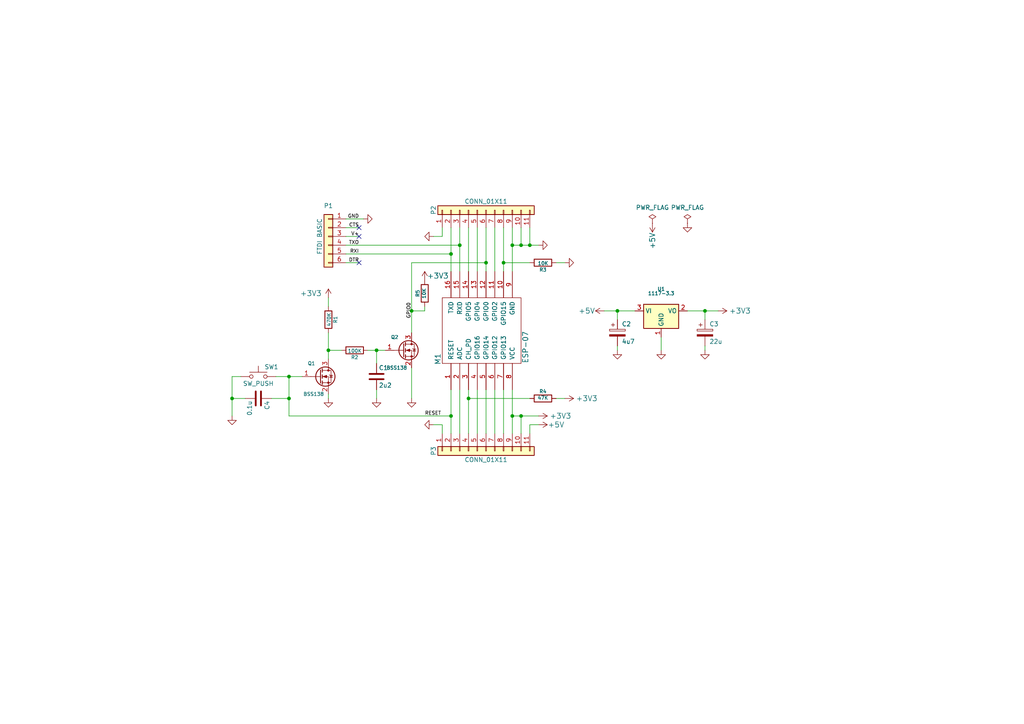
<source format=kicad_sch>
(kicad_sch (version 20230121) (generator eeschema)
  (paper "A4")
  (lib_symbols
    (symbol "Connector_Generic:Conn_01x06" (pin_names (offset 1.016) hide)
      (property "Reference" "J" (at 0 7.62 0))
      (property "Value" "Conn_01x06" (at 0 -10.16 0))
      (symbol "Conn_01x06_1_1"
        (rectangle (start -1.27 -7.493) (end 0 -7.747) (stroke (width 0.1524)))
        (rectangle (start -1.27 -4.953) (end 0 -5.207) (stroke (width 0.1524)))
        (rectangle (start -1.27 -2.413) (end 0 -2.667) (stroke (width 0.1524)))
        (rectangle (start -1.27 0.127) (end 0 -0.127) (stroke (width 0.1524)))
        (rectangle (start -1.27 2.667) (end 0 2.413) (stroke (width 0.1524)))
        (rectangle (start -1.27 5.207) (end 0 4.953) (stroke (width 0.1524)))
        (rectangle (start -1.27 6.35) (end 1.27 -8.89) (stroke (width 0.254)) (fill (type background)))
        (pin passive line (at -5.08 5.08 0) (length 3.81) (name "Pin_1") (number "1"))
        (pin passive line (at -5.08 2.54 0) (length 3.81) (name "Pin_2") (number "2"))
        (pin passive line (at -5.08 0 0) (length 3.81) (name "Pin_3") (number "3"))
        (pin passive line (at -5.08 -2.54 0) (length 3.81) (name "Pin_4") (number "4"))
        (pin passive line (at -5.08 -5.08 0) (length 3.81) (name "Pin_5") (number "5"))
        (pin passive line (at -5.08 -7.62 0) (length 3.81) (name "Pin_6") (number "6"))
      )
    )
    (symbol "Connector_Generic:Conn_01x11" (pin_names (offset 1.016) hide)
      (property "Reference" "J" (at 0 15.24 0))
      (property "Value" "Conn_01x11" (at 0 -15.24 0))
      (symbol "Conn_01x11_1_1"
        (rectangle (start -1.27 -12.573) (end 0 -12.827) (stroke (width 0.1524)))
        (rectangle (start -1.27 -10.033) (end 0 -10.287) (stroke (width 0.1524)))
        (rectangle (start -1.27 -7.493) (end 0 -7.747) (stroke (width 0.1524)))
        (rectangle (start -1.27 -4.953) (end 0 -5.207) (stroke (width 0.1524)))
        (rectangle (start -1.27 -2.413) (end 0 -2.667) (stroke (width 0.1524)))
        (rectangle (start -1.27 0.127) (end 0 -0.127) (stroke (width 0.1524)))
        (rectangle (start -1.27 2.667) (end 0 2.413) (stroke (width 0.1524)))
        (rectangle (start -1.27 5.207) (end 0 4.953) (stroke (width 0.1524)))
        (rectangle (start -1.27 7.747) (end 0 7.493) (stroke (width 0.1524)))
        (rectangle (start -1.27 10.287) (end 0 10.033) (stroke (width 0.1524)))
        (rectangle (start -1.27 12.827) (end 0 12.573) (stroke (width 0.1524)))
        (rectangle (start -1.27 13.97) (end 1.27 -13.97) (stroke (width 0.254)) (fill (type background)))
        (pin passive line (at -5.08 12.7 0) (length 3.81) (name "Pin_1") (number "1"))
        (pin passive line (at -5.08 -10.16 0) (length 3.81) (name "Pin_10") (number "10"))
        (pin passive line (at -5.08 -12.7 0) (length 3.81) (name "Pin_11") (number "11"))
        (pin passive line (at -5.08 10.16 0) (length 3.81) (name "Pin_2") (number "2"))
        (pin passive line (at -5.08 7.62 0) (length 3.81) (name "Pin_3") (number "3"))
        (pin passive line (at -5.08 5.08 0) (length 3.81) (name "Pin_4") (number "4"))
        (pin passive line (at -5.08 2.54 0) (length 3.81) (name "Pin_5") (number "5"))
        (pin passive line (at -5.08 0 0) (length 3.81) (name "Pin_6") (number "6"))
        (pin passive line (at -5.08 -2.54 0) (length 3.81) (name "Pin_7") (number "7"))
        (pin passive line (at -5.08 -5.08 0) (length 3.81) (name "Pin_8") (number "8"))
        (pin passive line (at -5.08 -7.62 0) (length 3.81) (name "Pin_9") (number "9"))
      )
    )
    (symbol "Device:C" (pin_numbers hide) (pin_names (offset 0.254))
      (property "Reference" "C" (at 0.635 2.54 0))
      (property "Value" "C" (at 0.635 -2.54 0))
      (symbol "C_0_1"
        (polyline (pts (xy -2.032 -0.762) (xy 2.032 -0.762)) (stroke (width 0.508)))
        (polyline (pts (xy -2.032 0.762) (xy 2.032 0.762)) (stroke (width 0.508)))
      )
      (symbol "C_1_1"
        (pin passive line (at 0 3.81 270) (length 2.794) (name "~") (number "1"))
        (pin passive line (at 0 -3.81 90) (length 2.794) (name "~") (number "2"))
      )
    )
    (symbol "Device:C_Polarized" (pin_numbers hide) (pin_names (offset 0.254))
      (property "Reference" "C" (at 0.635 2.54 0))
      (property "Value" "C_Polarized" (at 0.635 -2.54 0))
      (symbol "C_Polarized_0_1"
        (rectangle (start -2.286 0.508) (end 2.286 1.016))
        (polyline (pts (xy -1.778 2.286) (xy -0.762 2.286)))
        (polyline (pts (xy -1.27 2.794) (xy -1.27 1.778)))
        (rectangle (start 2.286 -0.508) (end -2.286 -1.016) (fill (type outline)))
      )
      (symbol "C_Polarized_1_1"
        (pin passive line (at 0 3.81 270) (length 2.794) (name "~") (number "1"))
        (pin passive line (at 0 -3.81 90) (length 2.794) (name "~") (number "2"))
      )
    )
    (symbol "Device:R" (pin_numbers hide) (pin_names (offset 0))
      (property "Reference" "R" (at 2.032 0 90))
      (property "Value" "R" (at 0 0 90))
      (symbol "R_0_1"
        (rectangle (start -1.016 -2.54) (end 1.016 2.54) (stroke (width 0.254)))
      )
      (symbol "R_1_1"
        (pin passive line (at 0 3.81 270) (length 1.27) (name "~") (number "1"))
        (pin passive line (at 0 -3.81 90) (length 1.27) (name "~") (number "2"))
      )
    )
    (symbol "ESP-Breakout:ESP-07" (pin_names (offset 1.016))
      (property "Reference" "M" (at -7.62 11.43 0))
      (property "Value" "ESP-07" (at -8.89 -13.97 0))
      (symbol "ESP-07_0_1"
        (rectangle (start -8.89 10.16) (end 10.16 -12.7))
      )
      (symbol "ESP-07_1_1"
        (pin input line (at -16.51 7.62 0) (length 7.62) (name "RESET") (number "1"))
        (pin bidirectional line (at 17.78 -7.62 180) (length 7.62) (name "GPIO15") (number "10"))
        (pin bidirectional line (at 17.78 -5.08 180) (length 7.62) (name "GPIO2") (number "11"))
        (pin bidirectional line (at 17.78 -2.54 180) (length 7.62) (name "GPIO0") (number "12"))
        (pin bidirectional line (at 17.78 0 180) (length 7.62) (name "GPIO4") (number "13"))
        (pin bidirectional line (at 17.78 2.54 180) (length 7.62) (name "GPIO5") (number "14"))
        (pin input line (at 17.78 5.08 180) (length 7.62) (name "RXD") (number "15"))
        (pin output line (at 17.78 7.62 180) (length 7.62) (name "TXD") (number "16"))
        (pin bidirectional line (at -16.51 5.08 0) (length 7.62) (name "ADC") (number "2"))
        (pin bidirectional line (at -16.51 2.54 0) (length 7.62) (name "CH_PD") (number "3"))
        (pin bidirectional line (at -16.51 0 0) (length 7.62) (name "GPIO16") (number "4"))
        (pin bidirectional line (at -16.51 -2.54 0) (length 7.62) (name "GPIO14") (number "5"))
        (pin bidirectional line (at -16.51 -5.08 0) (length 7.62) (name "GPIO12") (number "6"))
        (pin bidirectional line (at -16.51 -7.62 0) (length 7.62) (name "GPIO13") (number "7"))
        (pin power_in line (at -16.51 -10.16 0) (length 7.62) (name "VCC") (number "8"))
        (pin power_in line (at 17.78 -10.16 180) (length 7.62) (name "GND") (number "9"))
      )
    )
    (symbol "Regulator_Linear:LD1117S33TR_SOT223"
      (property "Reference" "U" (at -3.81 3.175 0))
      (property "Value" "LD1117S33TR_SOT223" (at 0 3.175 0))
      (symbol "LD1117S33TR_SOT223_0_1"
        (rectangle (start -5.08 -5.08) (end 5.08 1.905) (stroke (width 0.254)) (fill (type background)))
      )
      (symbol "LD1117S33TR_SOT223_1_1"
        (pin power_in line (at 0 -7.62 90) (length 2.54) (name "GND") (number "1"))
        (pin power_out line (at 7.62 0 180) (length 2.54) (name "VO") (number "2"))
        (pin power_in line (at -7.62 0 0) (length 2.54) (name "VI") (number "3"))
      )
    )
    (symbol "Switch:SW_Push" (pin_numbers hide) (pin_names (offset 1.016) hide)
      (property "Reference" "SW" (at 1.27 2.54 0))
      (property "Value" "SW_Push" (at 0 -1.524 0))
      (symbol "SW_Push_0_1"
        (circle (center -2.032 0) (radius 0.508))
        (polyline (pts (xy 0 1.27) (xy 0 3.048)))
        (polyline (pts (xy 2.54 1.27) (xy -2.54 1.27)))
        (circle (center 2.032 0) (radius 0.508))
        (pin passive line (at -5.08 0 0) (length 2.54) (name "1") (number "1"))
        (pin passive line (at 5.08 0 180) (length 2.54) (name "2") (number "2"))
      )
    )
    (symbol "Transistor_FET:BSS138" (pin_names hide)
      (property "Reference" "Q" (at 5.08 1.905 0))
      (property "Value" "BSS138" (at 5.08 0 0))
      (symbol "BSS138_0_1"
        (polyline (pts (xy 0.254 0) (xy -2.54 0)))
        (polyline (pts (xy 0.254 1.905) (xy 0.254 -1.905)) (stroke (width 0.254)))
        (polyline (pts (xy 0.762 -1.27) (xy 0.762 -2.286)) (stroke (width 0.254)))
        (polyline (pts (xy 0.762 0.508) (xy 0.762 -0.508)) (stroke (width 0.254)))
        (polyline (pts (xy 0.762 2.286) (xy 0.762 1.27)) (stroke (width 0.254)))
        (polyline (pts (xy 2.54 2.54) (xy 2.54 1.778)))
        (polyline (pts (xy 2.54 -2.54) (xy 2.54 0) (xy 0.762 0)))
        (polyline (pts (xy 0.762 -1.778) (xy 3.302 -1.778) (xy 3.302 1.778) (xy 0.762 1.778)))
        (polyline (pts (xy 1.016 0) (xy 2.032 0.381) (xy 2.032 -0.381) (xy 1.016 0)) (fill (type outline)))
        (polyline (pts (xy 2.794 0.508) (xy 2.921 0.381) (xy 3.683 0.381) (xy 3.81 0.254)))
        (polyline (pts (xy 3.302 0.381) (xy 2.921 -0.254) (xy 3.683 -0.254) (xy 3.302 0.381)))
        (circle (center 1.651 0) (radius 2.794) (stroke (width 0.254)))
        (circle (center 2.54 -1.778) (radius 0.254) (fill (type outline)))
        (circle (center 2.54 1.778) (radius 0.254) (fill (type outline)))
      )
      (symbol "BSS138_1_1"
        (pin input line (at -5.08 0 0) (length 2.54) (name "G") (number "1"))
        (pin passive line (at 2.54 -5.08 90) (length 2.54) (name "S") (number "2"))
        (pin passive line (at 2.54 5.08 270) (length 2.54) (name "D") (number "3"))
      )
    )
    (symbol "power:+3V3" (power) (pin_names (offset 0))
      (property "Value" "+3V3" (at 0 3.556 0))
      (symbol "+3V3_0_1"
        (polyline (pts (xy -0.762 1.27) (xy 0 2.54)))
        (polyline (pts (xy 0 0) (xy 0 2.54)))
        (polyline (pts (xy 0 2.54) (xy 0.762 1.27)))
      )
      (symbol "+3V3_1_1"
        (pin power_in line (at 0 0 90) (length 0) hide (name "+3V3") (number "1"))
      )
    )
    (symbol "power:+5V" (power) (pin_names (offset 0))
      (property "Value" "+5V" (at 0 3.556 0))
      (symbol "+5V_0_1"
        (polyline (pts (xy -0.762 1.27) (xy 0 2.54)))
        (polyline (pts (xy 0 0) (xy 0 2.54)))
        (polyline (pts (xy 0 2.54) (xy 0.762 1.27)))
      )
      (symbol "+5V_1_1"
        (pin power_in line (at 0 0 90) (length 0) hide (name "+5V") (number "1"))
      )
    )
    (symbol "power:GND" (power) (pin_names (offset 0))
      (property "Value" "GND" (at 0 -3.81 0))
      (symbol "GND_0_1"
        (polyline (pts (xy 0 0) (xy 0 -1.27) (xy 1.27 -1.27) (xy 0 -2.54) (xy -1.27 -1.27) (xy 0 -1.27)))
      )
      (symbol "GND_1_1"
        (pin power_in line (at 0 0 270) (length 0) hide (name "GND") (number "1"))
      )
    )
    (symbol "power:PWR_FLAG" (power) (pin_numbers hide) (pin_names (offset 0) hide)
      (property "Value" "PWR_FLAG" (at 0 3.81 0))
      (symbol "PWR_FLAG_0_0"
        (pin power_out line (at 0 0 90) (length 0) (name "pwr") (number "1"))
      )
      (symbol "PWR_FLAG_0_1"
        (polyline (pts (xy 0 0) (xy 0 1.27) (xy -1.016 1.905) (xy 0 2.54) (xy 1.016 1.905) (xy 0 1.27)))
      )
    )
  )
  (junction (at 151.13 120.65))
  (junction (at 109.22 101.6))
  (junction (at 151.13 71.12))
  (junction (at 179.07 90.17))
  (junction (at 153.67 71.12))
  (junction (at 67.31 115.57))
  (junction (at 133.35 71.12))
  (junction (at 146.05 76.2))
  (junction (at 95.25 101.6))
  (junction (at 148.59 120.65))
  (junction (at 204.47 90.17))
  (junction (at 130.81 73.66))
  (junction (at 119.38 90.17))
  (junction (at 130.81 120.65))
  (junction (at 83.82 115.57))
  (junction (at 140.97 76.2))
  (junction (at 135.89 115.57))
  (junction (at 148.59 71.12))
  (junction (at 83.82 109.22))
  (no_connect (at 104.14 66.04))
  (no_connect (at 104.14 68.58))
  (no_connect (at 104.14 76.2))
  (wire (pts (xy 148.59 120.65) (xy 151.13 120.65)))
  (wire (pts (xy 130.81 120.65) (xy 130.81 125.73)))
  (wire (pts (xy 148.59 113.03) (xy 148.59 120.65)))
  (wire (pts (xy 109.22 101.6) (xy 111.76 101.6)))
  (wire (pts (xy 83.82 115.57) (xy 83.82 120.65)))
  (wire (pts (xy 153.67 123.19) (xy 156.21 123.19)))
  (wire (pts (xy 140.97 113.03) (xy 140.97 125.73)))
  (wire (pts (xy 146.05 66.04) (xy 146.05 76.2)))
  (wire (pts (xy 153.67 115.57) (xy 135.89 115.57)))
  (wire (pts (xy 95.25 101.6) (xy 95.25 104.14)))
  (wire (pts (xy 179.07 90.17) (xy 179.07 92.71)))
  (wire (pts (xy 204.47 101.6) (xy 204.47 100.33)))
  (wire (pts (xy 146.05 113.03) (xy 146.05 125.73)))
  (wire (pts (xy 153.67 125.73) (xy 153.67 123.19)))
  (wire (pts (xy 148.59 71.12) (xy 151.13 71.12)))
  (wire (pts (xy 128.27 66.04) (xy 128.27 68.58)))
  (wire (pts (xy 148.59 120.65) (xy 148.59 125.73)))
  (wire (pts (xy 83.82 120.65) (xy 130.81 120.65)))
  (wire (pts (xy 151.13 125.73) (xy 151.13 120.65)))
  (wire (pts (xy 161.29 115.57) (xy 163.83 115.57)))
  (wire (pts (xy 204.47 90.17) (xy 204.47 92.71)))
  (wire (pts (xy 143.51 113.03) (xy 143.51 125.73)))
  (wire (pts (xy 179.07 101.6) (xy 179.07 100.33)))
  (wire (pts (xy 148.59 71.12) (xy 148.59 78.74)))
  (wire (pts (xy 123.19 90.17) (xy 119.38 90.17)))
  (wire (pts (xy 191.77 97.79) (xy 191.77 101.6)))
  (wire (pts (xy 130.81 66.04) (xy 130.81 73.66)))
  (wire (pts (xy 140.97 76.2) (xy 140.97 78.74)))
  (wire (pts (xy 83.82 109.22) (xy 87.63 109.22)))
  (wire (pts (xy 128.27 123.19) (xy 128.27 125.73)))
  (wire (pts (xy 151.13 71.12) (xy 153.67 71.12)))
  (wire (pts (xy 153.67 71.12) (xy 156.21 71.12)))
  (wire (pts (xy 146.05 76.2) (xy 146.05 78.74)))
  (wire (pts (xy 138.43 113.03) (xy 138.43 125.73)))
  (wire (pts (xy 83.82 109.22) (xy 83.82 115.57)))
  (wire (pts (xy 104.14 68.58) (xy 100.33 68.58)))
  (wire (pts (xy 175.26 90.17) (xy 179.07 90.17)))
  (wire (pts (xy 71.12 115.57) (xy 67.31 115.57)))
  (wire (pts (xy 119.38 106.68) (xy 119.38 115.57)))
  (wire (pts (xy 95.25 96.52) (xy 95.25 101.6)))
  (wire (pts (xy 151.13 120.65) (xy 156.21 120.65)))
  (wire (pts (xy 130.81 73.66) (xy 130.81 78.74)))
  (wire (pts (xy 138.43 66.04) (xy 138.43 78.74)))
  (wire (pts (xy 67.31 109.22) (xy 67.31 115.57)))
  (wire (pts (xy 204.47 90.17) (xy 208.28 90.17)))
  (wire (pts (xy 148.59 66.04) (xy 148.59 71.12)))
  (wire (pts (xy 133.35 71.12) (xy 133.35 78.74)))
  (wire (pts (xy 135.89 115.57) (xy 135.89 125.73)))
  (wire (pts (xy 125.73 123.19) (xy 128.27 123.19)))
  (wire (pts (xy 95.25 88.9) (xy 95.25 86.36)))
  (wire (pts (xy 104.14 66.04) (xy 100.33 66.04)))
  (wire (pts (xy 151.13 66.04) (xy 151.13 71.12)))
  (wire (pts (xy 128.27 68.58) (xy 125.73 68.58)))
  (wire (pts (xy 109.22 115.57) (xy 109.22 113.03)))
  (wire (pts (xy 78.74 115.57) (xy 83.82 115.57)))
  (wire (pts (xy 133.35 113.03) (xy 133.35 125.73)))
  (wire (pts (xy 161.29 76.2) (xy 163.83 76.2)))
  (wire (pts (xy 95.25 101.6) (xy 99.06 101.6)))
  (wire (pts (xy 153.67 76.2) (xy 146.05 76.2)))
  (wire (pts (xy 80.01 109.22) (xy 83.82 109.22)))
  (wire (pts (xy 199.39 90.17) (xy 204.47 90.17)))
  (wire (pts (xy 123.19 88.9) (xy 123.19 90.17)))
  (wire (pts (xy 100.33 71.12) (xy 133.35 71.12)))
  (wire (pts (xy 143.51 66.04) (xy 143.51 78.74)))
  (wire (pts (xy 109.22 105.41) (xy 109.22 101.6)))
  (wire (pts (xy 130.81 113.03) (xy 130.81 120.65)))
  (wire (pts (xy 67.31 115.57) (xy 67.31 120.65)))
  (wire (pts (xy 95.25 114.3) (xy 95.25 115.57)))
  (wire (pts (xy 106.68 101.6) (xy 109.22 101.6)))
  (wire (pts (xy 100.33 76.2) (xy 104.14 76.2)))
  (wire (pts (xy 153.67 66.04) (xy 153.67 71.12)))
  (wire (pts (xy 119.38 76.2) (xy 119.38 90.17)))
  (wire (pts (xy 135.89 66.04) (xy 135.89 78.74)))
  (wire (pts (xy 105.41 63.5) (xy 100.33 63.5)))
  (wire (pts (xy 67.31 109.22) (xy 69.85 109.22)))
  (wire (pts (xy 130.81 73.66) (xy 100.33 73.66)))
  (wire (pts (xy 135.89 113.03) (xy 135.89 115.57)))
  (wire (pts (xy 179.07 90.17) (xy 184.15 90.17)))
  (wire (pts (xy 119.38 90.17) (xy 119.38 96.52)))
  (wire (pts (xy 140.97 76.2) (xy 119.38 76.2)))
  (wire (pts (xy 133.35 66.04) (xy 133.35 71.12)))
  (wire (pts (xy 140.97 66.04) (xy 140.97 76.2)))
  (label "CTS" (at 104.14 66.04 180) (effects (font (size 1.016 1.016))))
  (label "GPIO0" (at 119.38 87.63 270) (effects (font (size 1.016 1.016))))
  (label "RESET" (at 123.19 120.65 0) (effects (font (size 1.016 1.016))))
  (label "GND" (at 104.14 63.5 180) (effects (font (size 1.016 1.016))))
  (label "V+" (at 104.14 68.58 180) (effects (font (size 1.016 1.016))))
  (label "RXI" (at 104.14 73.66 180) (effects (font (size 1.016 1.016))))
  (label "TXO" (at 104.14 71.12 180) (effects (font (size 1.016 1.016))))
  (label "DTR" (at 104.14 76.2 180) (effects (font (size 1.016 1.016))))
  (symbol (lib_id "ESP-Breakout:ESP-07") (at 138.43 96.52 90) (unit 1)
    (property "Reference" "M1" (at 127 104.14 0) (effects (font (size 1.524 1.524))))
    (property "Value" "ESP-07" (at 152.4 105.41 0) (effects (font (size 1.524 1.524)) (justify left)))
    (property "Footprint" "ESP8266:ESP-07" (effects hide))
  )
  (symbol (lib_id "Transistor_FET:BSS138") (at 116.84 101.6 0) (unit 1)
    (property "Reference" "Q2" (at 115.57 97.79 0) (effects (font (size 1.016 1.016)) (justify right)))
    (property "Value" "BSS138" (at 118.11 106.68 0) (effects (font (size 1.016 1.016)) (justify right)))
    (property "Footprint" "Package_TO_SOT_SMD:SOT-23" (effects hide))
    (property "Datasheet" "https://www.onsemi.com/pub/Collateral/BSS138-D.PDF" (effects hide))
  )
  (symbol (lib_id "Switch:SW_Push") (at 74.93 109.22 0) (unit 1)
    (property "Reference" "SW1" (at 78.74 106.426 0))
    (property "Value" "SW_PUSH" (at 74.93 111.252 0))
    (property "Footprint" "Switch:PUSH_4x4_SMD" (effects hide))
  )
  (symbol (lib_id "Connector_Generic:Conn_01x06") (at 95.25 68.58 0) (mirror y) (unit 1)
    (property "Reference" "P1" (at 95.25 59.69 0))
    (property "Value" "FTDI BASIC" (at 92.71 68.58 90))
    (property "Footprint" "Pin_Headers:Pin_Header_Angled_1x06" (effects hide))
  )
  (symbol (lib_id "Transistor_FET:BSS138") (at 92.71 109.22 0) (unit 1)
    (property "Reference" "Q1" (at 91.44 105.41 0) (effects (font (size 1.016 1.016)) (justify right)))
    (property "Value" "BSS138" (at 93.98 114.3 0) (effects (font (size 1.016 1.016)) (justify right)))
    (property "Footprint" "Package_TO_SOT_SMD:SOT-23" (effects hide))
    (property "Datasheet" "https://www.onsemi.com/pub/Collateral/BSS138-D.PDF" (effects hide))
  )
  (symbol (lib_id "Device:R") (at 95.25 92.71 0) (unit 1)
    (property "Reference" "R1" (at 97.282 92.71 90) (effects (font (size 1.016 1.016))))
    (property "Value" "470K" (at 95.4278 92.6846 90) (effects (font (size 1.016 1.016))))
    (property "Footprint" "Resistors_SMD:R_0805_HandSoldering" (effects hide))
  )
  (symbol (lib_id "Device:C") (at 109.22 109.22 0) (unit 1)
    (property "Reference" "C1" (at 109.855 106.68 0) (effects (justify left)))
    (property "Value" "2u2" (at 109.855 111.76 0) (effects (justify left)))
    (property "Footprint" "Capacitors_SMD:C_0805_HandSoldering" (effects hide))
  )
  (symbol (lib_id "Device:R") (at 102.87 101.6 270) (unit 1)
    (property "Reference" "R2" (at 102.87 103.632 90) (effects (font (size 1.016 1.016))))
    (property "Value" "100K" (at 102.8954 101.7778 90) (effects (font (size 1.016 1.016))))
    (property "Footprint" "Resistors_SMD:R_0805_HandSoldering" (effects hide))
  )
  (symbol (lib_id "Regulator_Linear:LD1117S33TR_SOT223") (at 191.77 90.17 0) (unit 1)
    (property "Reference" "U1" (at 191.77 83.82 0) (effects (font (size 1.016 1.016))))
    (property "Value" "1117-3.3" (at 191.77 85.09 0) (effects (font (size 1.016 1.016))))
    (property "Footprint" "Package_TO_SOT_SMD:SOT-223-3_TabPin2" (effects hide))
    (property "Datasheet" "http://www.st.com/st-web-ui/static/active/en/resource/technical/document/datasheet/CD00000544.pdf" (effects hide))
  )
  (symbol (lib_id "Device:C_Polarized") (at 204.47 96.52 0) (unit 1)
    (property "Reference" "C3" (at 205.74 93.98 0) (effects (justify left)))
    (property "Value" "22u" (at 205.74 99.06 0) (effects (justify left)))
    (property "Footprint" "Capacitors_Tantalum_SMD:TantalC_SizeA_EIA-3216_Wave" (effects hide))
  )
  (symbol (lib_id "Device:C_Polarized") (at 179.07 96.52 0) (unit 1)
    (property "Reference" "C2" (at 180.34 93.98 0) (effects (justify left)))
    (property "Value" "4u7" (at 180.34 99.06 0) (effects (justify left)))
    (property "Footprint" "Capacitors_Tantalum_SMD:TantalC_SizeA_EIA-3216_Wave" (effects hide))
  )
  (symbol (lib_id "power:GND") (at 204.47 101.6 0) (unit 1)
    (property "Reference" "#PWR01" (effects hide))
    (property "Value" "GND" (effects hide))
  )
  (symbol (lib_id "power:GND") (at 179.07 101.6 0) (unit 1)
    (property "Reference" "#PWR02" (effects hide))
    (property "Value" "GND" (effects hide))
  )
  (symbol (lib_id "power:GND") (at 119.38 115.57 0) (unit 1)
    (property "Reference" "#PWR03" (effects hide))
    (property "Value" "GND" (effects hide))
  )
  (symbol (lib_id "power:GND") (at 109.22 115.57 0) (unit 1)
    (property "Reference" "#PWR04" (effects hide))
    (property "Value" "GND" (effects hide))
  )
  (symbol (lib_id "power:GND") (at 95.25 115.57 0) (unit 1)
    (property "Reference" "#PWR05" (effects hide))
    (property "Value" "GND" (effects hide))
  )
  (symbol (lib_id "power:GND") (at 67.31 120.65 0) (unit 1)
    (property "Reference" "#PWR06" (effects hide))
    (property "Value" "GND" (effects hide))
  )
  (symbol (lib_id "power:GND") (at 191.77 101.6 0) (unit 1)
    (property "Reference" "#PWR07" (effects hide))
    (property "Value" "GND" (effects hide))
  )
  (symbol (lib_id "power:+3V3") (at 208.28 90.17 270) (unit 1)
    (property "Reference" "#PWR08" (effects hide))
    (property "Value" "+3V3" (at 214.63 90.17 90) (effects (font (size 1.524 1.524))))
  )
  (symbol (lib_id "power:+5V") (at 175.26 90.17 90) (unit 1)
    (property "Reference" "#PWR09" (effects hide))
    (property "Value" "+5V" (at 170.18 90.17 90) (effects (font (size 1.524 1.524))))
  )
  (symbol (lib_id "power:+3V3") (at 95.25 86.36 0) (unit 1)
    (property "Reference" "#PWR010" (effects hide))
    (property "Value" "+3V3" (at 90.17 85.09 0) (effects (font (size 1.524 1.524))))
  )
  (symbol (lib_id "power:+5V") (at 156.21 123.19 270) (unit 1)
    (property "Reference" "#PWR011" (effects hide))
    (property "Value" "+5V" (at 161.29 123.19 90) (effects (font (size 1.524 1.524))))
  )
  (symbol (lib_id "power:+3V3") (at 156.21 120.65 270) (unit 1)
    (property "Reference" "#PWR012" (effects hide))
    (property "Value" "+3V3" (at 162.56 120.65 90) (effects (font (size 1.524 1.524))))
  )
  (symbol (lib_id "power:GND") (at 105.41 63.5 90) (unit 1)
    (property "Reference" "#PWR013" (effects hide))
    (property "Value" "GND" (effects hide))
  )
  (symbol (lib_id "power:GND") (at 156.21 71.12 90) (unit 1)
    (property "Reference" "#PWR015" (effects hide))
    (property "Value" "GND" (effects hide))
  )
  (symbol (lib_id "Device:R") (at 157.48 76.2 270) (unit 1)
    (property "Reference" "R3" (at 157.48 78.232 90) (effects (font (size 1.016 1.016))))
    (property "Value" "10K" (at 157.5054 76.3778 90) (effects (font (size 1.016 1.016))))
    (property "Footprint" "Resistors_SMD:R_0805_HandSoldering" (effects hide))
  )
  (symbol (lib_id "power:GND") (at 163.83 76.2 90) (unit 1)
    (property "Reference" "#PWR014" (effects hide))
    (property "Value" "GND" (effects hide))
  )
  (symbol (lib_id "Device:R") (at 157.48 115.57 90) (unit 1)
    (property "Reference" "R4" (at 157.48 113.538 90) (effects (font (size 1.016 1.016))))
    (property "Value" "47K" (at 157.4546 115.3922 90) (effects (font (size 1.016 1.016))))
    (property "Footprint" "Resistors_SMD:R_0805_HandSoldering" (effects hide))
  )
  (symbol (lib_id "Connector_Generic:Conn_01x11") (at 140.97 130.81 90) (mirror x) (unit 1)
    (property "Reference" "P3" (at 125.73 130.81 0))
    (property "Value" "CONN_01X11" (at 140.97 133.35 90))
    (property "Footprint" "Breakout:SMD-PINHEADER-11B" (effects hide))
  )
  (symbol (lib_id "Connector_Generic:Conn_01x11") (at 140.97 60.96 90) (unit 1)
    (property "Reference" "P2" (at 125.73 60.96 0))
    (property "Value" "CONN_01X11" (at 140.97 58.42 90))
    (property "Footprint" "Breakout:SMD-PINHEADER-11A" (effects hide))
  )
  (symbol (lib_id "power:GND") (at 125.73 123.19 270) (unit 1)
    (property "Reference" "#PWR016" (effects hide))
    (property "Value" "GND" (effects hide))
  )
  (symbol (lib_id "power:GND") (at 125.73 68.58 270) (unit 1)
    (property "Reference" "#PWR017" (effects hide))
    (property "Value" "GND" (effects hide))
  )
  (symbol (lib_id "Device:C") (at 74.93 115.57 270) (unit 1)
    (property "Reference" "C4" (at 77.47 116.205 0) (effects (justify left)))
    (property "Value" "0.1u" (at 72.39 116.205 0) (effects (justify left)))
    (property "Footprint" "Capacitors_SMD:C_0805_HandSoldering" (effects hide))
  )
  (symbol (lib_id "power:+3V3") (at 163.83 115.57 270) (unit 1)
    (property "Reference" "#PWR018" (effects hide))
    (property "Value" "+3V3" (at 170.18 115.57 90) (effects (font (size 1.524 1.524))))
  )
  (symbol (lib_id "Device:R") (at 123.19 85.09 180) (unit 1)
    (property "Reference" "R5" (at 121.158 85.09 90) (effects (font (size 1.016 1.016))))
    (property "Value" "10K" (at 123.0122 85.1154 90) (effects (font (size 1.016 1.016))))
    (property "Footprint" "Resistors_SMD:R_0805_HandSoldering" (effects hide))
  )
  (symbol (lib_id "power:+3V3") (at 123.19 81.28 0) (unit 1)
    (property "Reference" "#PWR019" (effects hide))
    (property "Value" "+3V3" (at 127 80.01 0) (effects (font (size 1.524 1.524))))
  )
  (symbol (lib_id "power:PWR_FLAG") (at 189.23 64.77 0) (unit 1)
    (property "Reference" "#FLG020" (effects hide))
    (property "Value" "PWR_FLAG" (at 189.23 60.198 0))
  )
  (symbol (lib_id "power:PWR_FLAG") (at 199.39 64.77 0) (unit 1)
    (property "Reference" "#FLG021" (effects hide))
    (property "Value" "PWR_FLAG" (at 199.39 60.198 0))
  )
  (symbol (lib_id "power:+5V") (at 189.23 64.77 180) (unit 1)
    (property "Reference" "#PWR022" (effects hide))
    (property "Value" "+5V" (at 189.23 69.85 90) (effects (font (size 1.524 1.524))))
  )
  (symbol (lib_id "power:GND") (at 199.39 64.77 0) (unit 1)
    (property "Reference" "#PWR023" (effects hide))
    (property "Value" "GND" (effects hide))
  )
)
</source>
